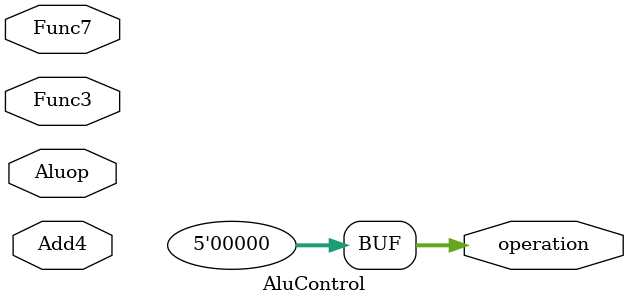
<source format=v>
`include "parameters.v"
module AluControl (
    input [4:0] Aluop,
    input [6:0] Func7,
    input [2:0] Func3,
    input Add4,
    output reg [4:0]operation
);

initial operation<=0;

always @(*) 
begin
    // case (Aluop)
    //     //`ALU_ADD_LUI:
        
    // endcase
end
endmodule //AluControl
/*
Readme:
Aluop from control 
Func7 from instruction
Func3 from instruction
Adder4 especially for jal and jalr
opearation for alu
*/
</source>
